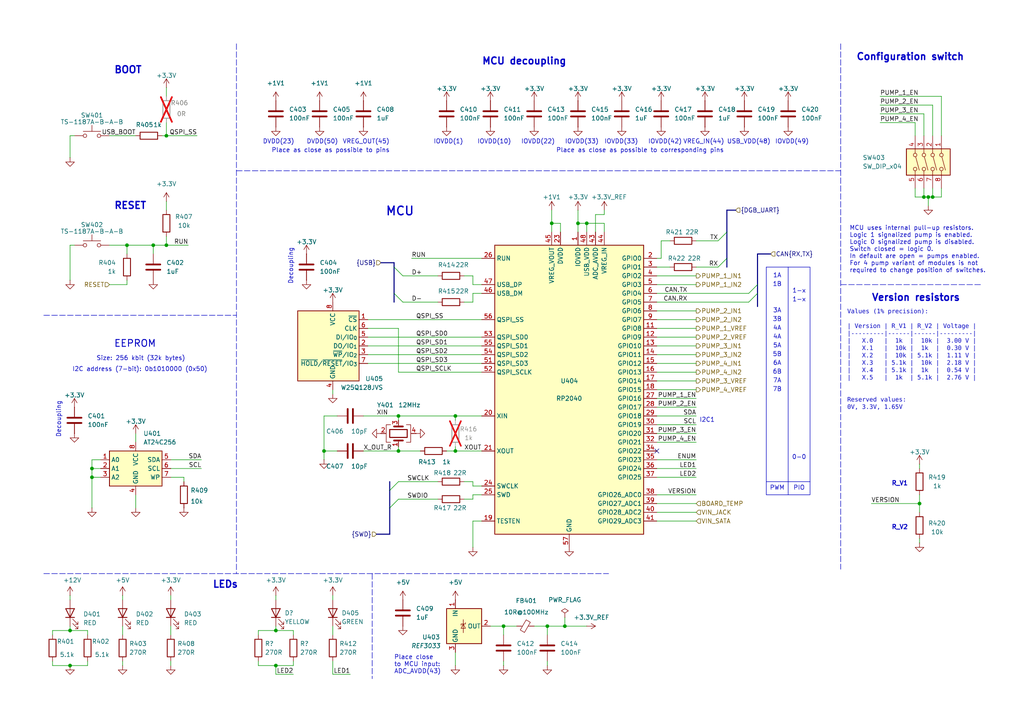
<source format=kicad_sch>
(kicad_sch (version 20250114) (generator "eeschema") (generator_version "9.0")
  (paper "A4")
  (title_block (title "Detector") (date "2024-12-03") (rev "${REVISION}") (company "${COMPANY}"))
  (rectangle (start 222.25 77.47) (end 234.95 143.51))
  (text "6A" (at 225.425 105.41 0) (effects (font (size 1.27 1.27))))
  (text "Version resistors" (at 252.73 87.63 0) (effects (font (size 2 2) (thickness 0.4) (bold yes)) (justify left bottom)))
  (text "Place close\nto MCU input:\nADC_AVDD(43)" (at 114.3 195.58 0) (effects (font (size 1.27 1.27)) (justify left bottom)))
  (text "EEPROM" (at 33.02 100.965 0) (effects (font (size 2 2) (thickness 0.254) (bold yes)) (justify left bottom)))
  (text "IOVDD(33)" (at 175.26 41.91 0) (effects (font (size 1.27 1.27)) (justify left bottom)))
  (text "BOOT" (at 33.02 21.59 0) (effects (font (size 2 2) (thickness 0.4) (bold yes)) (justify left bottom)))
  (text "LEDs" (at 61.595 170.815 0) (effects (font (size 2 2) (thickness 0.4) (bold yes)) (justify left bottom)))
  (text "Values (1% precision):\n\n| Version | R_V1 | R_V2 | Voltage |\n|---------|------|------|---------|\n|   X.0   |  1k  |  10k |  3.00 V |\n|   X.1   |  10k |  1k  |  0.30 V |\n|   X.2   |  10k | 5.1k |  1.11 V |\n|   X.3   | 5.1k |  10k |  2.18 V |\n|   X.4   | 5.1k |  1k  |  0.54 V |\n|   X.5   |  1k  | 5.1k |  2.76 V |\n\n\nReserved values:\n0V, 3.3V, 1.65V" (at 245.745 119.38 0) (effects (font (size 1.27 1.27)) (justify left bottom)))
  (text "IOVDD(33)" (at 163.83 41.91 0) (effects (font (size 1.27 1.27)) (justify left bottom)))
  (text "DVDD(23)" (at 76.2 41.91 0) (effects (font (size 1.27 1.27)) (justify left bottom)))
  (text "DVDD(50)" (at 88.9 41.91 0) (effects (font (size 1.27 1.27)) (justify left bottom)))
  (text "IOVDD(42)" (at 187.96 41.91 0) (effects (font (size 1.27 1.27)) (justify left bottom)))
  (text "6B" (at 225.425 107.95 0) (effects (font (size 1.27 1.27))))
  (text "4A" (at 225.425 95.25 0) (effects (font (size 1.27 1.27))))
  (text "IOVDD(22)" (at 151.13 41.91 0) (effects (font (size 1.27 1.27)) (justify left bottom)))
  (text "IOVDD(49)" (at 224.79 41.91 0) (effects (font (size 1.27 1.27)) (justify left bottom)))
  (text "PWM" (at 225.425 141.605 0) (effects (font (size 1.27 1.27))))
  (text "Size: 256 kbit (32k bytes)" (at 27.94 104.775 0) (effects (font (size 1.27 1.27)) (justify left bottom)))
  (text "Decoupling" (at 17.78 127 90) (effects (font (size 1.27 1.27)) (justify left bottom)))
  (text "IOVDD(1)" (at 125.73 41.91 0) (effects (font (size 1.27 1.27)) (justify left bottom)))
  (text "1B" (at 225.425 82.55 0) (effects (font (size 1.27 1.27))))
  (text "Configuration switch" (at 248.285 17.78 0) (effects (font (size 2 2) (thickness 0.4) (bold yes)) (justify left bottom)))
  (text "1-x" (at 231.775 86.995 0) (effects (font (size 1.27 1.27))))
  (text "7B" (at 225.425 113.03 0) (effects (font (size 1.27 1.27))))
  (text "IOVDD(10)" (at 138.43 41.91 0) (effects (font (size 1.27 1.27)) (justify left bottom)))
  (text "5B" (at 225.425 102.87 0) (effects (font (size 1.27 1.27))))
  (text "PIO" (at 231.775 141.605 0) (effects (font (size 1.27 1.27))))
  (text "MCU decoupling" (at 139.7 19.05 0) (effects (font (size 2 2) (thickness 0.4) (bold yes)) (justify left bottom)))
  (text "7A" (at 225.425 110.49 0) (effects (font (size 1.27 1.27))))
  (text "3B" (at 225.425 92.71 0) (effects (font (size 1.27 1.27))))
  (text "R_V1" (at 260.985 140.335 0) (effects (font (size 1.27 1.27) (bold yes))))
  (text "R_V2" (at 260.985 153.035 0) (effects (font (size 1.27 1.27) (bold yes))))
  (text "MCU" (at 111.76 62.865 0) (effects (font (size 2.5 2.5) (thickness 0.4) (bold yes)) (justify left bottom)))
  (text "5A" (at 225.425 100.33 0) (effects (font (size 1.27 1.27))))
  (text "3A" (at 225.425 90.17 0) (effects (font (size 1.27 1.27))))
  (text "1A" (at 225.425 80.01 0) (effects (font (size 1.27 1.27))))
  (text "MCU uses internal pull-up resistors.\nLogic 1 signalized pump is enabled.\nLogic 0 signalized pump is disabled.\nSwitch closed = logic 0.\nIn default are open = pumps enabled.\nFor 4 pump variant of modules is not\nrequired to change position of switches." (at 246.38 72.39 0) (effects (font (size 1.27 1.27)) (justify left)))
  (text "Decoupling" (at 85.09 82.55 90) (effects (font (size 1.27 1.27)) (justify left bottom)))
  (text "VREG_OUT(45)" (at 113.03 41.91 0) (effects (font (size 1.27 1.27)) (justify right bottom)))
  (text "0-0" (at 231.775 132.715 0) (effects (font (size 1.27 1.27))))
  (text "4A" (at 225.425 97.79 0) (effects (font (size 1.27 1.27))))
  (text "Place as close as possible to corresponding pins" (at 161.29 44.45 0) (effects (font (size 1.27 1.27)) (justify left bottom)))
  (text "VREG_IN(44)" (at 198.12 41.91 0) (effects (font (size 1.27 1.27)) (justify left bottom)))
  (text "I2C address (7-bit): 0b1010000 (0x50)" (at 20.955 107.95 0) (effects (font (size 1.27 1.27)) (justify left bottom)))
  (text "USB_VDD(48)" (at 210.82 41.91 0) (effects (font (size 1.27 1.27)) (justify left bottom)))
  (text "1-x" (at 231.775 84.455 0) (effects (font (size 1.27 1.27))))
  (text "Place as close as possible to pins" (at 78.74 44.45 0) (effects (font (size 1.27 1.27)) (justify left bottom)))
  (text "RESET" (at 33.02 60.96 0) (effects (font (size 2 2) (thickness 0.4) (bold yes)) (justify left bottom)))
  (text "I2C1" (at 205.105 121.92 0) (effects (font (size 1.27 1.27))))
  (junction (at 93.98 130.81))
  (junction (at 36.83 71.12))
  (junction (at 163.83 181.61))
  (junction (at 146.05 181.61))
  (junction (at 115.57 120.65))
  (junction (at 26.67 138.43))
  (junction (at 48.26 39.37))
  (junction (at 44.45 71.12))
  (junction (at 158.75 181.61))
  (junction (at 170.18 64.77))
  (junction (at 160.02 64.77))
  (junction (at 167.64 64.77))
  (junction (at 26.67 135.89))
  (junction (at 80.01 193.04))
  (junction (at 270.51 57.15))
  (junction (at 266.7 146.05))
  (junction (at 269.24 57.15))
  (junction (at 115.57 130.81))
  (junction (at 80.01 182.88))
  (junction (at 20.32 193.04))
  (junction (at 132.08 130.81))
  (junction (at 48.26 71.12))
  (junction (at 20.32 182.88))
  (junction (at 267.97 57.15))
  (junction (at 132.08 120.65))
  (no_connect (at 190.5 130.81))
  (bus_entry (at 210.82 74.93) (size -2.54 2.54))
  (bus_entry (at 219.71 82.55) (size -2.54 2.54))
  (bus_entry (at 113.03 142.24) (size 2.54 -2.54))
  (bus_entry (at 210.82 67.31) (size -2.54 2.54))
  (bus_entry (at 113.03 147.32) (size 2.54 -2.54))
  (bus_entry (at 114.3 77.47) (size 2.54 2.54))
  (bus_entry (at 219.71 85.09) (size -2.54 2.54))
  (bus_entry (at 114.3 85.09) (size 2.54 2.54))
  (wire (pts (xy 20.32 172.72) (xy 20.32 173.99)))
  (wire (pts (xy 46.99 39.37) (xy 48.26 39.37)))
  (wire (pts (xy 15.24 193.04) (xy 20.32 193.04)))
  (wire (pts (xy 266.7 156.21) (xy 266.7 157.48)))
  (bus (pts (xy 223.52 73.66) (xy 219.71 73.66)))
  (wire (pts (xy 132.08 130.81) (xy 139.7 130.81)))
  (polyline (pts (xy 243.84 82.55) (xy 284.48 82.55)) (stroke (width 0) (type dash)))
  (wire (pts (xy 190.5 85.09) (xy 217.17 85.09)))
  (wire (pts (xy 158.75 181.61) (xy 158.75 184.15)))
  (wire (pts (xy 105.41 130.81) (xy 115.57 130.81)))
  (wire (pts (xy 25.4 182.88) (xy 20.32 182.88)))
  (wire (pts (xy 266.7 143.51) (xy 266.7 146.05)))
  (wire (pts (xy 80.01 182.88) (xy 85.09 182.88)))
  (wire (pts (xy 134.62 80.01) (xy 137.16 80.01)))
  (wire (pts (xy 115.57 139.7) (xy 127 139.7)))
  (wire (pts (xy 163.83 179.07) (xy 163.83 181.61)))
  (wire (pts (xy 190.5 100.33) (xy 201.93 100.33)))
  (wire (pts (xy 170.18 64.77) (xy 170.18 67.31)))
  (wire (pts (xy 273.05 54.61) (xy 273.05 57.15)))
  (wire (pts (xy 158.75 181.61) (xy 163.83 181.61)))
  (wire (pts (xy 160.02 64.77) (xy 162.56 64.77)))
  (wire (pts (xy 85.09 195.58) (xy 80.01 195.58)))
  (wire (pts (xy 190.5 90.17) (xy 201.93 90.17)))
  (wire (pts (xy 265.43 35.56) (xy 265.43 39.37)))
  (wire (pts (xy 36.83 73.66) (xy 36.83 71.12)))
  (wire (pts (xy 154.94 181.61) (xy 158.75 181.61)))
  (polyline (pts (xy 68.58 12.7) (xy 68.58 166.37)) (stroke (width 0) (type dash)))
  (wire (pts (xy 160.02 64.77) (xy 160.02 67.31)))
  (wire (pts (xy 190.5 110.49) (xy 201.93 110.49)))
  (bus (pts (xy 109.22 154.94) (xy 113.03 154.94)))
  (wire (pts (xy 132.08 120.65) (xy 132.08 121.92)))
  (wire (pts (xy 190.5 138.43) (xy 201.93 138.43)))
  (wire (pts (xy 115.57 107.95) (xy 139.7 107.95)))
  (wire (pts (xy 191.77 69.85) (xy 194.31 69.85)))
  (wire (pts (xy 137.16 151.13) (xy 137.16 158.75)))
  (wire (pts (xy 267.97 54.61) (xy 267.97 57.15)))
  (wire (pts (xy 190.5 80.01) (xy 201.93 80.01)))
  (wire (pts (xy 255.27 30.48) (xy 270.51 30.48)))
  (wire (pts (xy 26.67 138.43) (xy 26.67 147.32)))
  (wire (pts (xy 48.26 25.4) (xy 48.26 27.94)))
  (wire (pts (xy 190.5 143.51) (xy 201.93 143.51)))
  (wire (pts (xy 106.68 97.79) (xy 139.7 97.79)))
  (wire (pts (xy 139.7 151.13) (xy 137.16 151.13)))
  (wire (pts (xy 115.57 95.25) (xy 115.57 107.95)))
  (wire (pts (xy 115.57 120.65) (xy 132.08 120.65)))
  (wire (pts (xy 266.7 134.62) (xy 266.7 135.89)))
  (wire (pts (xy 201.93 77.47) (xy 208.28 77.47)))
  (wire (pts (xy 190.5 123.19) (xy 201.93 123.19)))
  (wire (pts (xy 146.05 181.61) (xy 146.05 184.15)))
  (wire (pts (xy 190.5 128.27) (xy 201.93 128.27)))
  (wire (pts (xy 26.67 135.89) (xy 26.67 138.43)))
  (wire (pts (xy 80.01 181.61) (xy 80.01 182.88)))
  (wire (pts (xy 190.5 97.79) (xy 201.93 97.79)))
  (wire (pts (xy 201.93 69.85) (xy 208.28 69.85)))
  (wire (pts (xy 25.4 184.15) (xy 25.4 182.88)))
  (wire (pts (xy 15.24 191.77) (xy 15.24 193.04)))
  (wire (pts (xy 252.73 146.05) (xy 266.7 146.05)))
  (wire (pts (xy 270.51 30.48) (xy 270.51 39.37)))
  (wire (pts (xy 132.08 129.54) (xy 132.08 130.81)))
  (wire (pts (xy 20.32 39.37) (xy 20.32 45.72)))
  (wire (pts (xy 44.45 71.12) (xy 44.45 73.66)))
  (wire (pts (xy 160.02 60.96) (xy 160.02 64.77)))
  (wire (pts (xy 116.84 80.01) (xy 127 80.01)))
  (wire (pts (xy 267.97 33.02) (xy 267.97 39.37)))
  (wire (pts (xy 162.56 67.31) (xy 162.56 64.77)))
  (bus (pts (xy 219.71 82.55) (xy 219.71 85.09)))
  (wire (pts (xy 20.32 181.61) (xy 20.32 182.88)))
  (polyline (pts (xy 243.84 12.7) (xy 243.84 165.1)) (stroke (width 0) (type dash)))
  (wire (pts (xy 115.57 120.65) (xy 115.57 121.92)))
  (wire (pts (xy 139.7 143.51) (xy 137.16 143.51)))
  (wire (pts (xy 36.83 82.55) (xy 36.83 81.28)))
  (wire (pts (xy 270.51 54.61) (xy 270.51 57.15)))
  (wire (pts (xy 44.45 71.12) (xy 48.26 71.12)))
  (wire (pts (xy 190.5 120.65) (xy 201.93 120.65)))
  (wire (pts (xy 190.5 92.71) (xy 201.93 92.71)))
  (wire (pts (xy 115.57 129.54) (xy 115.57 130.81)))
  (wire (pts (xy 74.93 193.04) (xy 80.01 193.04)))
  (wire (pts (xy 129.54 130.81) (xy 132.08 130.81)))
  (wire (pts (xy 167.64 67.31) (xy 167.64 64.77)))
  (wire (pts (xy 139.7 82.55) (xy 137.16 82.55)))
  (wire (pts (xy 269.24 59.69) (xy 269.24 57.15)))
  (bus (pts (xy 114.3 77.47) (xy 114.3 85.09)))
  (wire (pts (xy 175.26 60.96) (xy 175.26 62.23)))
  (wire (pts (xy 190.5 95.25) (xy 201.93 95.25)))
  (wire (pts (xy 191.77 74.93) (xy 191.77 69.85)))
  (wire (pts (xy 26.67 138.43) (xy 29.21 138.43)))
  (wire (pts (xy 266.7 146.05) (xy 266.7 148.59)))
  (polyline (pts (xy 12.7 91.44) (xy 68.58 91.44)) (stroke (width 0) (type dash)))
  (bus (pts (xy 110.49 76.2) (xy 114.3 76.2)))
  (wire (pts (xy 137.16 140.97) (xy 139.7 140.97)))
  (wire (pts (xy 270.51 57.15) (xy 269.24 57.15)))
  (wire (pts (xy 190.5 133.35) (xy 201.93 133.35)))
  (wire (pts (xy 190.5 74.93) (xy 191.77 74.93)))
  (wire (pts (xy 97.79 120.65) (xy 93.98 120.65)))
  (wire (pts (xy 255.27 33.02) (xy 267.97 33.02)))
  (wire (pts (xy 172.72 62.23) (xy 172.72 67.31)))
  (wire (pts (xy 29.21 133.35) (xy 26.67 133.35)))
  (wire (pts (xy 106.68 92.71) (xy 139.7 92.71)))
  (wire (pts (xy 132.08 193.04) (xy 132.08 189.23)))
  (wire (pts (xy 31.75 39.37) (xy 39.37 39.37)))
  (wire (pts (xy 175.26 67.31) (xy 175.26 64.77)))
  (wire (pts (xy 115.57 144.78) (xy 127 144.78)))
  (wire (pts (xy 163.83 181.61) (xy 170.18 181.61)))
  (bus (pts (xy 210.82 60.96) (xy 210.82 67.31)))
  (wire (pts (xy 20.32 71.12) (xy 21.59 71.12)))
  (wire (pts (xy 49.53 191.77) (xy 49.53 193.04)))
  (wire (pts (xy 119.38 74.93) (xy 139.7 74.93)))
  (wire (pts (xy 31.75 82.55) (xy 36.83 82.55)))
  (wire (pts (xy 273.05 27.94) (xy 273.05 39.37)))
  (wire (pts (xy 74.93 184.15) (xy 74.93 182.88)))
  (wire (pts (xy 190.5 115.57) (xy 201.93 115.57)))
  (wire (pts (xy 53.34 138.43) (xy 53.34 139.7)))
  (wire (pts (xy 139.7 85.09) (xy 137.16 85.09)))
  (wire (pts (xy 146.05 181.61) (xy 149.86 181.61)))
  (polyline (pts (xy 228.6 77.47) (xy 228.6 143.51)))
  (wire (pts (xy 26.67 133.35) (xy 26.67 135.89)))
  (wire (pts (xy 190.5 113.03) (xy 201.93 113.03)))
  (bus (pts (xy 114.3 85.09) (xy 114.3 87.63)))
  (wire (pts (xy 85.09 191.77) (xy 85.09 193.04)))
  (wire (pts (xy 96.52 191.77) (xy 96.52 195.58)))
  (wire (pts (xy 74.93 191.77) (xy 74.93 193.04)))
  (bus (pts (xy 219.71 73.66) (xy 219.71 82.55)))
  (polyline (pts (xy 107.95 166.37) (xy 107.95 196.85)) (stroke (width 0) (type dash)))
  (wire (pts (xy 190.5 151.13) (xy 201.93 151.13)))
  (bus (pts (xy 114.3 76.2) (xy 114.3 77.47)))
  (wire (pts (xy 146.05 191.77) (xy 146.05 193.04)))
  (wire (pts (xy 93.98 130.81) (xy 93.98 133.35)))
  (wire (pts (xy 39.37 125.73) (xy 39.37 128.27)))
  (wire (pts (xy 190.5 102.87) (xy 201.93 102.87)))
  (wire (pts (xy 267.97 57.15) (xy 265.43 57.15)))
  (wire (pts (xy 167.64 64.77) (xy 170.18 64.77)))
  (bus (pts (xy 113.03 139.7) (xy 113.03 142.24)))
  (wire (pts (xy 35.56 172.72) (xy 35.56 173.99)))
  (wire (pts (xy 106.68 95.25) (xy 115.57 95.25)))
  (bus (pts (xy 210.82 67.31) (xy 210.82 74.93)))
  (wire (pts (xy 93.98 130.81) (xy 97.79 130.81)))
  (wire (pts (xy 101.6 195.58) (xy 96.52 195.58)))
  (wire (pts (xy 49.53 135.89) (xy 58.42 135.89)))
  (wire (pts (xy 175.26 62.23) (xy 172.72 62.23)))
  (wire (pts (xy 190.5 146.05) (xy 201.93 146.05)))
  (wire (pts (xy 36.83 71.12) (xy 44.45 71.12)))
  (bus (pts (xy 219.71 85.09) (xy 219.71 88.9)))
  (wire (pts (xy 190.5 148.59) (xy 201.93 148.59)))
  (wire (pts (xy 20.32 71.12) (xy 20.32 81.28)))
  (wire (pts (xy 137.16 139.7) (xy 137.16 140.97)))
  (wire (pts (xy 96.52 113.03) (xy 96.52 114.3)))
  (wire (pts (xy 49.53 181.61) (xy 49.53 184.15)))
  (wire (pts (xy 170.18 64.77) (xy 175.26 64.77)))
  (wire (pts (xy 48.26 71.12) (xy 54.61 71.12)))
  (wire (pts (xy 134.62 139.7) (xy 137.16 139.7)))
  (wire (pts (xy 15.24 184.15) (xy 15.24 182.88)))
  (wire (pts (xy 190.5 107.95) (xy 201.93 107.95)))
  (wire (pts (xy 80.01 193.04) (xy 80.01 195.58)))
  (wire (pts (xy 49.53 138.43) (xy 53.34 138.43)))
  (bus (pts (xy 213.36 60.96) (xy 210.82 60.96)))
  (bus (pts (xy 113.03 147.32) (xy 113.03 154.94)))
  (wire (pts (xy 96.52 172.72) (xy 96.52 173.99)))
  (wire (pts (xy 80.01 172.72) (xy 80.01 173.99)))
  (wire (pts (xy 39.37 143.51) (xy 39.37 147.32)))
  (wire (pts (xy 142.24 181.61) (xy 146.05 181.61)))
  (wire (pts (xy 85.09 182.88) (xy 85.09 184.15)))
  (wire (pts (xy 35.56 181.61) (xy 35.56 184.15)))
  (wire (pts (xy 190.5 118.11) (xy 201.93 118.11)))
  (wire (pts (xy 255.27 27.94) (xy 273.05 27.94)))
  (wire (pts (xy 93.98 120.65) (xy 93.98 130.81)))
  (wire (pts (xy 255.27 35.56) (xy 265.43 35.56)))
  (wire (pts (xy 190.5 125.73) (xy 201.93 125.73)))
  (wire (pts (xy 137.16 82.55) (xy 137.16 80.01)))
  (wire (pts (xy 167.64 60.96) (xy 167.64 64.77)))
  (wire (pts (xy 31.75 71.12) (xy 36.83 71.12)))
  (wire (pts (xy 190.5 105.41) (xy 201.93 105.41)))
  (wire (pts (xy 48.26 39.37) (xy 57.15 39.37)))
  (wire (pts (xy 137.16 87.63) (xy 134.62 87.63)))
  (wire (pts (xy 25.4 191.77) (xy 25.4 193.04)))
  (wire (pts (xy 116.84 87.63) (xy 127 87.63)))
  (wire (pts (xy 48.26 58.42) (xy 48.26 60.96)))
  (wire (pts (xy 265.43 54.61) (xy 265.43 57.15)))
  (wire (pts (xy 48.26 35.56) (xy 48.26 39.37)))
  (wire (pts (xy 190.5 77.47) (xy 194.31 77.47)))
  (wire (pts (xy 26.67 135.89) (xy 29.21 135.89)))
  (wire (pts (xy 137.16 85.09) (xy 137.16 87.63)))
  (wire (pts (xy 49.53 133.35) (xy 58.42 133.35)))
  (wire (pts (xy 74.93 182.88) (xy 80.01 182.88)))
  (wire (pts (xy 85.09 193.04) (xy 80.01 193.04)))
  (wire (pts (xy 190.5 82.55) (xy 201.93 82.55)))
  (wire (pts (xy 35.56 191.77) (xy 35.56 193.04)))
  (wire (pts (xy 158.75 191.77) (xy 158.75 193.04)))
  (wire (pts (xy 105.41 120.65) (xy 115.57 120.65)))
  (wire (pts (xy 48.26 68.58) (xy 48.26 71.12)))
  (wire (pts (xy 132.08 120.65) (xy 139.7 120.65)))
  (wire (pts (xy 96.52 181.61) (xy 96.52 184.15)))
  (polyline (pts (xy 222.25 139.7) (xy 234.95 139.7)))
  (wire (pts (xy 106.68 105.41) (xy 139.7 105.41)))
  (wire (pts (xy 134.62 144.78) (xy 137.16 144.78)))
  (wire (pts (xy 49.53 172.72) (xy 49.53 173.99)))
  (wire (pts (xy 15.24 182.88) (xy 20.32 182.88)))
  (wire (pts (xy 273.05 57.15) (xy 270.51 57.15)))
  (bus (pts (xy 210.82 74.93) (xy 210.82 77.47)))
  (bus (pts (xy 113.03 142.24) (xy 113.03 147.32)))
  (wire (pts (xy 269.24 57.15) (xy 267.97 57.15)))
  (wire (pts (xy 190.5 87.63) (xy 217.17 87.63)))
  (wire (pts (xy 25.4 193.04) (xy 20.32 193.04)))
  (wire (pts (xy 106.68 100.33) (xy 139.7 100.33)))
  (polyline (pts (xy 68.58 49.53) (xy 243.84 49.53)) (stroke (width 0) (type dash)))
  (wire (pts (xy 106.68 102.87) (xy 139.7 102.87)))
  (wire (pts (xy 137.16 144.78) (xy 137.16 143.51)))
  (wire (pts (xy 21.59 39.37) (xy 20.32 39.37)))
  (wire (pts (xy 190.5 135.89) (xy 201.93 135.89)))
  (polyline (pts (xy 12.7 166.37) (xy 176.53 166.37)) (stroke (width 0) (type dash)))
  (wire (pts (xy 115.57 130.81) (xy 121.92 130.81)))
  (label "RUN" (at 54.61 71.12 180))
  (label "SCL" (at 58.42 135.89 180))
  (label "LED1" (at 201.93 135.89 180))
  (label "LED1" (at 101.6 195.58 180))
  (label "PUMP_4_EN" (at 201.93 128.27 180))
  (label "D+" (at 119.38 80.01 0))
  (label "QSPI_SD0" (at 120.65 97.79 0))
  (label "TX" (at 208.28 69.85 180))
  (label "SDA" (at 58.42 133.35 180))
  (label "SWDIO" (at 118.11 144.78 0))
  (label "USB_BOOT" (at 39.37 39.37 180))
  (label "QSPI_SD1" (at 120.65 100.33 0))
  (label "CAN.RX" (at 199.39 87.63 180))
  (label "VERSION" (at 252.73 146.05 0))
  (label "XOUT" (at 134.62 130.81 0))
  (label "SDA" (at 201.93 120.65 180))
  (label "X_OUT_R" (at 105.41 130.81 0))
  (label "VERSION" (at 201.93 143.51 180))
  (label "PUMP_2_EN" (at 255.27 30.48 0))
  (label "RUN" (at 119.38 74.93 0))
  (label "QSPI_SCLK" (at 120.65 107.95 0))
  (label "PUMP_3_EN" (at 255.27 33.02 0))
  (label "RX" (at 208.28 77.47 180))
  (label "LED2" (at 201.93 138.43 180))
  (label "SCL" (at 201.93 123.19 180))
  (label "XIN" (at 109.22 120.65 0))
  (label "QSPI_SD2" (at 120.65 102.87 0))
  (label "QSPI_SD3" (at 120.65 105.41 0))
  (label "QSPI_SS" (at 57.15 39.37 180))
  (label "ENUM" (at 201.93 133.35 180))
  (label "LED2" (at 85.09 195.58 180))
  (label "QSPI_SS" (at 120.65 92.71 0))
  (label "PUMP_1_EN" (at 201.93 115.57 180))
  (label "PUMP_4_EN" (at 255.27 35.56 0))
  (label "D-" (at 119.38 87.63 0))
  (label "CAN.TX" (at 199.39 85.09 180))
  (label "SWCLK" (at 118.11 139.7 0))
  (label "PUMP_3_EN" (at 201.93 125.73 180))
  (label "PUMP_2_EN" (at 201.93 118.11 180))
  (label "PUMP_1_EN" (at 255.27 27.94 0))
  (hierarchical_label "PUMP_2_IN2" (shape output) (at 201.93 92.71 0))
  (hierarchical_label "BOARD_TEMP" (shape input) (at 201.93 146.05 0))
  (hierarchical_label "PUMP_1_IN2" (shape output) (at 201.93 82.55 0))
  (hierarchical_label "PUMP_4_IN1" (shape output) (at 201.93 105.41 0))
  (hierarchical_label "PUMP_2_VREF" (shape output) (at 201.93 97.79 0))
  (hierarchical_label "{DGB_UART}" (shape input) (at 213.36 60.96 0))
  (hierarchical_label "RESET" (shape input) (at 31.75 82.55 180))
  (hierarchical_label "PUMP_4_IN2" (shape output) (at 201.93 107.95 0))
  (hierarchical_label "CAN{RX,TX}" (shape input) (at 223.52 73.66 0))
  (hierarchical_label "{SWD}" (shape input) (at 109.22 154.94 180))
  (hierarchical_label "PUMP_1_IN1" (shape output) (at 201.93 80.01 0))
  (hierarchical_label "PUMP_2_IN1" (shape output) (at 201.93 90.17 0))
  (hierarchical_label "PUMP_3_IN2" (shape output) (at 201.93 102.87 0))
  (hierarchical_label "VIN_JACK" (shape input) (at 201.93 148.59 0))
  (hierarchical_label "PUMP_3_VREF" (shape output) (at 201.93 110.49 0))
  (hierarchical_label "PUMP_1_VREF" (shape output) (at 201.93 95.25 0))
  (hierarchical_label "PUMP_3_IN1" (shape output) (at 201.93 100.33 0))
  (hierarchical_label "PUMP_4_VREF" (shape output) (at 201.93 113.03 0))
  (hierarchical_label "VIN_SATA" (shape input) (at 201.93 151.13 0))
  (hierarchical_label "{USB}" (shape input) (at 110.49 76.2 180))
  (symbol (lib_id "Device:LED") (at 35.56 177.8 90) (unit 1)
    (property "Reference" "D402" (at 39.37 178.1175 90) (effects (justify right)))
    (property "Value" "RED" (at 39.37 180.6575 90) (effects (justify right)))
    (property "Footprint" "LED_SMD:LED_0603_1608Metric" (effects (hide yes)))
    (property "Link" "https://cz.mouser.com/ProductDetail/755-SML-D12V8WT86" (effects (hide yes)))
    (property "MPN" "KT-0603R" (effects (hide yes)))
    (property "JLCPCB" "C2286" (effects (hide yes)))
    (property "MPNA" "SML-D12V8WT86 " (effects (hide yes)))
    (property "Mouser" "https://cz.mouser.com/ProductDetail/ROHM-Semiconductor/SML-D12V8WT86?qs=4kLU8WoGk0uh2PhEoCCv1w%3D%3D" (effects (hide yes)))
    (property "LCSC" "C2286" (effects (hide yes)))
  )
  (symbol (lib_id "Device:C") (at 158.75 187.96 0) (unit 1)
    (property "Reference" "C414" (at 162.56 186.6899 0) (effects (justify left)))
    (property "Value" "100nF" (at 162.56 189.2299 0) (effects (justify left)))
    (property "Footprint" "Capacitor_SMD:C_0603_1608Metric" (effects (hide yes)))
    (property "Description" "Unpolarized capacitor" (effects (hide yes)))
    (property "LCSC" "C14663" (effects (hide yes)))
  )
  (symbol (lib_id "Device:FerriteBead_Small") (at 152.4 181.61 90) (unit 1)
    (property "Reference" "FB401" (at 152.654 174.244 90))
    (property "Value" "10R@100MHz" (at 152.654 177.546 90))
    (property "Footprint" "Inductor_SMD:L_0603_1608Metric" (effects (hide yes)))
    (property "Description" "Ferrite bead, small symbol" (effects (hide yes)))
    (property "Link" "https://cz.mouser.com/ProductDetail/Murata-Electronics/BLM21PG220SN1D?qs=tuW2Z%252BT4A0yqSWmso6vkmg%3D%3D" (effects (hide yes)))
    (property "MPN" " GZ1608D601TF" (effects (hide yes)))
    (property "MPNA" "BLE18PK100SN1D" (effects (hide yes)))
    (property "Mouser" "https://cz.mouser.com/ProductDetail/Murata-Electronics/BLE18PK100SN1D?qs=W%2FMpXkg%252BdQ6tzBmLeY1psA%3D%3D" (effects (hide yes)))
    (property "LCSC" "C2971881" (effects (hide yes)))
  )
  (symbol (lib_id "power:+3.3V") (at 96.52 87.63 0) (unit 1)
    (property "Reference" "#PWR0427" (effects (hide yes)))
    (property "Value" "+3.3V" (at 96.52 84.1281 0))
    (property "Description" "Power symbol creates a global label with name \"+3.3V\"" (effects (hide yes)))
  )
  (symbol (lib_id "power:+3.3V") (at 129.54 29.21 0) (unit 1)
    (property "Reference" "#PWR0435" (effects (hide yes)))
    (property "Value" "+3.3V" (at 129.54 25.7081 0))
    (property "Description" "Power symbol creates a global label with name \"+3.3V\"" (effects (hide yes)))
  )
  (symbol (lib_id "power:GND") (at 80.01 36.83 0) (unit 1)
    (property "Reference" "#PWR0420" (effects (hide yes)))
    (property "Value" "GND" (effects (hide yes)))
    (property "Description" "Power symbol creates a global label with name \"GND\" , ground" (effects (hide yes)))
  )
  (symbol (lib_id "power:GND") (at 142.24 36.83 0) (unit 1)
    (property "Reference" "#PWR0441" (effects (hide yes)))
    (property "Value" "GND" (effects (hide yes)))
    (property "Description" "Power symbol creates a global label with name \"GND\" , ground" (effects (hide yes)))
  )
  (symbol (lib_id "power:GND") (at 96.52 114.3 0) (unit 1)
    (property "Reference" "#PWR0426" (effects (hide yes)))
    (property "Value" "GND" (effects (hide yes)))
    (property "Description" "Power symbol creates a global label with name \"GND\" , ground" (effects (hide yes)))
  )
  (symbol (lib_id "power:+3.3V") (at 49.53 172.72 0) (unit 1)
    (property "Reference" "#PWR0415" (effects (hide yes)))
    (property "Value" "+3.3V" (at 49.53 168.275 0))
    (property "Description" "Power symbol creates a global label with name \"+3.3V\"" (effects (hide yes)))
  )
  (symbol (lib_id "power:+3.3V") (at 39.37 125.73 0) (unit 1)
    (property "Reference" "#PWR0410" (effects (hide yes)))
    (property "Value" "+3.3V" (at 39.37 122.2281 0))
    (property "Description" "Power symbol creates a global label with name \"+3.3V\"" (effects (hide yes)))
  )
  (symbol (lib_id "Device:R") (at 266.7 139.7 0) (mirror y) (unit 1)
    (property "Reference" "R419" (at 274.32 138.43 0) (effects (justify left)))
    (property "Value" "1k" (at 273.05 140.97 0) (effects (justify left)))
    (property "Footprint" "Resistor_SMD:R_0603_1608Metric" (effects (hide yes)))
    (property "LCSC" "C21190" (effects (hide yes)))
  )
  (symbol (lib_id "Device:C") (at 146.05 187.96 0) (unit 1)
    (property "Reference" "C412" (at 149.86 186.6899 0) (effects (justify left)))
    (property "Value" "100nF" (at 149.86 189.2299 0) (effects (justify left)))
    (property "Footprint" "Capacitor_SMD:C_0603_1608Metric" (effects (hide yes)))
    (property "Description" "Unpolarized capacitor" (effects (hide yes)))
    (property "LCSC" "C14663" (effects (hide yes)))
  )
  (symbol (lib_id "power:GND") (at 165.1 158.75 0) (unit 1)
    (property "Reference" "#PWR0447" (effects (hide yes)))
    (property "Value" "GND" (effects (hide yes)))
    (property "Description" "Power symbol creates a global label with name \"GND\" , ground" (effects (hide yes)))
  )
  (symbol (lib_id "Device:C") (at 92.71 33.02 0) (unit 1)
    (property "Reference" "C405" (at 96.52 31.7499 0) (effects (justify left)))
    (property "Value" "100nF" (at 96.52 34.2899 0) (effects (justify left)))
    (property "Footprint" "Capacitor_SMD:C_0603_1608Metric" (effects (hide yes)))
    (property "Description" "Unpolarized capacitor" (effects (hide yes)))
    (property "LCSC" "C14663" (effects (hide yes)))
  )
  (symbol (lib_id "Device:R") (at 36.83 77.47 180) (unit 1)
    (property "Reference" "R404" (at 33.655 76.2 0) (effects (justify left)))
    (property "Value" "1k" (at 33.655 78.74 0) (effects (justify left)))
    (property "Footprint" "Resistor_SMD:R_0603_1608Metric" (effects (hide yes)))
    (property "LCSC" "C21190" (effects (hide yes)))
  )
  (symbol (lib_id "Device:R") (at 130.81 80.01 270) (mirror x) (unit 1)
    (property "Reference" "R414" (at 127 76.835 90) (effects (justify left)))
    (property "Value" "22R" (at 132.08 76.835 90) (effects (justify left)))
    (property "Footprint" "Resistor_SMD:R_0603_1608Metric" (effects (hide yes)))
    (property "LCSC" "C23345" (effects (hide yes)))
  )
  (symbol (lib_id "Memory_Flash:W25Q128JVS") (at 96.52 100.33 0) (mirror y) (unit 1)
    (property "Reference" "U405" (at 111.125 109.855 0) (effects (justify left)))
    (property "Value" "W25Q128JVS" (at 111.125 112.395 0) (effects (justify left)))
    (property "Footprint" "Package_SO:SOIC-8_5.3x5.3mm_P1.27mm" (effects (hide yes)))
    (property "Datasheet" "https://www.winbond.com/resource-files/w25q128jv_dtr%20revc%2003272018%20plus.pdf" (effects (hide yes)))
    (property "Description" "128Mbit / 16MiB Serial Flash Memory, Standard/Dual/Quad SPI, 2.7-3.6V, SOIC-8" (effects (hide yes)))
    (property "LCSC" "C97521" (effects (hide yes)))
  )
  (symbol (lib_id "Device:C") (at 80.01 33.02 0) (unit 1)
    (property "Reference" "C403" (at 83.82 31.7499 0) (effects (justify left)))
    (property "Value" "100nF" (at 83.82 34.2899 0) (effects (justify left)))
    (property "Footprint" "Capacitor_SMD:C_0603_1608Metric" (effects (hide yes)))
    (property "Description" "Unpolarized capacitor" (effects (hide yes)))
    (property "LCSC" "C14663" (effects (hide yes)))
  )
  (symbol (lib_id "power:GND") (at 20.32 193.04 0) (unit 1)
    (property "Reference" "#PWR0404" (effects (hide yes)))
    (property "Value" "GND" (effects (hide yes)))
    (property "Description" "Power symbol creates a global label with name \"GND\" , ground" (effects (hide yes)))
  )
  (symbol (lib_id "Device:C") (at 88.9 77.47 0) (unit 1)
    (property "Reference" "C404" (at 92.71 76.1999 0) (effects (justify left)))
    (property "Value" "100nF" (at 92.71 78.7399 0) (effects (justify left)))
    (property "Footprint" "Capacitor_SMD:C_0603_1608Metric" (effects (hide yes)))
    (property "Description" "Unpolarized capacitor" (effects (hide yes)))
    (property "LCSC" "C14663" (effects (hide yes)))
  )
  (symbol (lib_id "Device:C") (at 191.77 33.02 0) (unit 1)
    (property "Reference" "C417" (at 195.58 31.7499 0) (effects (justify left)))
    (property "Value" "100nF" (at 195.58 34.2899 0) (effects (justify left)))
    (property "Footprint" "Capacitor_SMD:C_0603_1608Metric" (effects (hide yes)))
    (property "Description" "Unpolarized capacitor" (effects (hide yes)))
    (property "LCSC" "C14663" (effects (hide yes)))
  )
  (symbol (lib_id "Device:R") (at 53.34 143.51 0) (unit 1)
    (property "Reference" "R409" (at 55.245 142.24 0) (effects (justify left)))
    (property "Value" "10k" (at 55.245 145.415 0) (effects (justify left)))
    (property "Footprint" "Resistor_SMD:R_0603_1608Metric" (effects (hide yes)))
    (property "LCSC" "C25804" (effects (hide yes)))
  )
  (symbol (lib_id "Device:C") (at 154.94 33.02 0) (unit 1)
    (property "Reference" "C413" (at 158.75 31.7499 0) (effects (justify left)))
    (property "Value" "100nF" (at 158.75 34.2899 0) (effects (justify left)))
    (property "Footprint" "Capacitor_SMD:C_0603_1608Metric" (effects (hide yes)))
    (property "Description" "Unpolarized capacitor" (effects (hide yes)))
    (property "LCSC" "C14663" (effects (hide yes)))
  )
  (symbol (lib_id "Device:R") (at 198.12 69.85 270) (mirror x) (unit 1)
    (property "Reference" "R421" (at 193.04 67.31 90) (effects (justify left)))
    (property "Value" "22R" (at 198.755 67.31 90) (effects (justify left)))
    (property "Footprint" "Resistor_SMD:R_0603_1608Metric" (effects (hide yes)))
    (property "LCSC" "C23345" (effects (hide yes)))
  )
  (symbol (lib_id "power:+1V1") (at 80.01 29.21 0) (unit 1)
    (property "Reference" "#PWR0419" (effects (hide yes)))
    (property "Value" "+1V1" (at 80.01 24.13 0))
    (property "Description" "Power symbol creates a global label with name \"+1V1\"" (effects (hide yes)))
  )
  (symbol (lib_id "power:GND") (at 146.05 193.04 0) (unit 1)
    (property "Reference" "#PWR0442" (effects (hide yes)))
    (property "Value" "GND" (effects (hide yes)))
    (property "Description" "Power symbol creates a global label with name \"GND\" , ground" (effects (hide yes)))
  )
  (symbol (lib_id "power:GND") (at 204.47 36.83 0) (unit 1)
    (property "Reference" "#PWR0458" (effects (hide yes)))
    (property "Value" "GND" (effects (hide yes)))
    (property "Description" "Power symbol creates a global label with name \"GND\" , ground" (effects (hide yes)))
  )
  (symbol (lib_id "power:GND") (at 20.32 81.28 0) (unit 1)
    (property "Reference" "#PWR0402" (effects (hide yes)))
    (property "Value" "GND" (effects (hide yes)))
    (property "Description" "Power symbol creates a global label with name \"GND\" , ground" (effects (hide yes)))
  )
  (symbol (lib_id "power:+3.3V") (at 175.26 60.96 0) (unit 1)
    (property "Reference" "#PWR0452" (effects (hide yes)))
    (property "Value" "+3.3V_REF" (at 171.45 57.15 0) (effects (justify left)))
    (property "Description" "Power symbol creates a global label with name \"+3.3V\"" (effects (hide yes)))
  )
  (symbol (lib_id "power:+1V1") (at 105.41 29.21 0) (unit 1)
    (property "Reference" "#PWR0429" (effects (hide yes)))
    (property "Value" "+1V1" (at 105.41 24.13 0))
    (property "Description" "Power symbol creates a global label with name \"+1V1\"" (effects (hide yes)))
  )
  (symbol (lib_id "power:GND") (at 53.34 147.32 0) (mirror y) (unit 1)
    (property "Reference" "#PWR0417" (effects (hide yes)))
    (property "Value" "GND" (effects (hide yes)))
    (property "Description" "Power symbol creates a global label with name \"GND\" , ground" (effects (hide yes)))
  )
  (symbol (lib_id "Device:R") (at 266.7 152.4 180) (unit 1)
    (property "Reference" "R420" (at 274.32 151.765 0) (effects (justify left)))
    (property "Value" "10k" (at 273.685 154.305 0) (effects (justify left)))
    (property "Footprint" "Resistor_SMD:R_0603_1608Metric" (effects (hide yes)))
    (property "LCSC" "C25804" (effects (hide yes)))
  )
  (symbol (lib_id "Device:R") (at 15.24 187.96 180) (unit 1)
    (property "Reference" "R401" (at 21.59 186.055 0) (effects (justify left)))
    (property "Value" "5.1k" (at 21.59 189.865 0) (effects (justify left)))
    (property "Footprint" "Resistor_SMD:R_0603_1608Metric" (effects (hide yes)))
    (property "LCSC" "C122969" (effects (hide yes)))
  )
  (symbol (lib_id "Device:R") (at 85.09 187.96 0) (unit 1)
    (property "Reference" "R?" (at 86.995 186.69 0) (effects (justify left)))
    (property "Value" "270R" (at 86.995 189.23 0) (effects (justify left)))
    (property "Footprint" "Resistor_SMD:R_0603_1608Metric" (effects (hide yes)))
    (property "LCSC" "C22966" (effects (hide yes)))
  )
  (symbol (lib_id "Device:C") (at 167.64 33.02 0) (unit 1)
    (property "Reference" "C415" (at 171.45 31.7499 0) (effects (justify left)))
    (property "Value" "100nF" (at 171.45 34.2899 0) (effects (justify left)))
    (property "Footprint" "Capacitor_SMD:C_0603_1608Metric" (effects (hide yes)))
    (property "Description" "Unpolarized capacitor" (effects (hide yes)))
    (property "LCSC" "C14663" (effects (hide yes)))
  )
  (symbol (lib_id "Device:R") (at 130.81 144.78 270) (mirror x) (unit 1)
    (property "Reference" "R417" (at 125.73 147.32 90) (effects (justify left)))
    (property "Value" "22R" (at 131.445 147.32 90) (effects (justify left)))
    (property "Footprint" "Resistor_SMD:R_0603_1608Metric" (effects (hide yes)))
    (property "LCSC" "C23345" (effects (hide yes)))
  )
  (symbol (lib_id "power:GND") (at 269.24 59.69 0) (unit 1)
    (property "Reference" "#PWR0465" (effects (hide yes)))
    (property "Value" "GND" (effects (hide yes)))
    (property "Description" "Power symbol creates a global label with name \"GND\" , ground" (effects (hide yes)))
  )
  (symbol (lib_id "Device:C") (at 116.84 177.8 0) (unit 1)
    (property "Reference" "C409" (at 120.65 176.5299 0) (effects (justify left)))
    (property "Value" "1uF" (at 120.65 179.0699 0) (effects (justify left)))
    (property "Footprint" "Capacitor_SMD:C_0603_1608Metric" (effects (hide yes)))
    (property "Description" "Unpolarized capacitor" (effects (hide yes)))
    (property "LCSC" "C15849" (effects (hide yes)))
  )
  (symbol (lib_id "power:+3.3V") (at 266.7 134.62 0) (unit 1)
    (property "Reference" "#PWR0463" (effects (hide yes)))
    (property "Value" "+3.3V" (at 266.7 131.1181 0))
    (property "Description" "Power symbol creates a global label with name \"+3.3V\"" (effects (hide yes)))
  )
  (symbol (lib_id "Device:C") (at 180.34 33.02 0) (unit 1)
    (property "Reference" "C416" (at 184.15 31.7499 0) (effects (justify left)))
    (property "Value" "1uF" (at 184.15 34.2899 0) (effects (justify left)))
    (property "Footprint" "Capacitor_SMD:C_0603_1608Metric" (effects (hide yes)))
    (property "Description" "Unpolarized capacitor" (effects (hide yes)))
    (property "LCSC" "C15849" (effects (hide yes)))
  )
  (symbol (lib_id "power:GND") (at 228.6 36.83 0) (unit 1)
    (property "Reference" "#PWR0462" (effects (hide yes)))
    (property "Value" "GND" (effects (hide yes)))
    (property "Description" "Power symbol creates a global label with name \"GND\" , ground" (effects (hide yes)))
  )
  (symbol (lib_id "power:+1V1") (at 160.02 60.96 0) (unit 1)
    (property "Reference" "#PWR0446" (effects (hide yes)))
    (property "Value" "+1V1" (at 160.02 57.15 0))
    (property "Description" "Power symbol creates a global label with name \"+1V1\"" (effects (hide yes)))
  )
  (symbol (lib_id "power:GND") (at 167.64 36.83 0) (unit 1)
    (property "Reference" "#PWR0449" (effects (hide yes)))
    (property "Value" "GND" (effects (hide yes)))
    (property "Description" "Power symbol creates a global label with name \"GND\" , ground" (effects (hide yes)))
  )
  (symbol (lib_id "power:+3.3V") (at 48.26 58.42 0) (unit 1)
    (property "Reference" "#PWR0414" (effects (hide yes)))
    (property "Value" "+3.3V" (at 48.26 53.34 0))
    (property "Description" "Power symbol creates a global label with name \"+3.3V\"" (effects (hide yes)))
  )
  (symbol (lib_id "power:+3.3V") (at 167.64 60.96 0) (unit 1)
    (property "Reference" "#PWR0450" (effects (hide yes)))
    (property "Value" "+3.3V" (at 167.64 57.15 0))
    (property "Description" "Power symbol creates a global label with name \"+3.3V\"" (effects (hide yes)))
  )
  (symbol (lib_id "power:+3.3V") (at 191.77 29.21 0) (unit 1)
    (property "Reference" "#PWR0455" (effects (hide yes)))
    (property "Value" "+3.3V" (at 191.77 25.7081 0))
    (property "Description" "Power symbol creates a global label with name \"+3.3V\"" (effects (hide yes)))
  )
  (symbol (lib_id "Device:C") (at 21.59 121.92 0) (unit 1)
    (property "Reference" "C401" (at 25.4 120.6499 0) (effects (justify left)))
    (property "Value" "100nF" (at 25.4 123.1899 0) (effects (justify left)))
    (property "Footprint" "Capacitor_SMD:C_0603_1608Metric" (effects (hide yes)))
    (property "Description" "Unpolarized capacitor" (effects (hide yes)))
    (property "LCSC" "C14663" (effects (hide yes)))
  )
  (symbol (lib_id "Device:R") (at 125.73 130.81 270) (mirror x) (unit 1)
    (property "Reference" "R413" (at 121.285 133.985 90) (effects (justify left)))
    (property "Value" "1k" (at 128.27 133.985 90) (effects (justify left)))
    (property "Footprint" "Resistor_SMD:R_0603_1608Metric" (effects (hide yes)))
    (property "LCSC" "C21190" (effects (hide yes)))
  )
  (symbol (lib_id "Device:Crystal_GND24") (at 115.57 125.73 90) (unit 1)
    (property "Reference" "Y401" (at 111.76 117.475 90))
    (property "Value" "12MHz" (at 118.745 117.475 90))
    (property "Footprint" "Crystal:Crystal_SMD_Abracon_ABM8G-4Pin_3.2x2.5mm" (effects (hide yes)))
    (property "Description" "Four pin crystal, GND on pins 2 and 4" (effects (hide yes)))
    (property "Mouser" "https://cz.mouser.com/ProductDetail/ABRACON/ABM8G-12.000MHZ-4Y-T3?qs=hxOQwdLlgepjgH1DpgEPEA%3D%3D" (effects (hide yes)))
    (property "MPN" "ABM8G-12.000MHZ-4Y-T3" (effects (hide yes)))
    (property "MPNA" "CF4012M00010T8188032" (effects (hide yes)))
    (property "LCSC" "C9002" (effects (hide yes)))
  )
  (symbol (lib_id "power:GND") (at 132.08 193.04 0) (mirror y) (unit 1)
    (property "Reference" "#PWR0438" (effects (hide yes)))
    (property "Value" "GND" (effects (hide yes)))
    (property "Description" "Power symbol creates a global label with name \"GND\" , ground" (effects (hide yes)))
  )
  (symbol (lib_id "power:+5V") (at 35.56 172.72 0) (unit 1)
    (property "Reference" "#PWR0408" (effects (hide yes)))
    (property "Value" "+5V" (at 35.56 168.275 0))
    (property "Description" "Power symbol creates a global label with name \"+5V\"" (effects (hide yes)))
  )
  (symbol (lib_id "power:+3.3V") (at 21.59 118.11 0) (unit 1)
    (property "Reference" "#PWR0405" (effects (hide yes)))
    (property "Value" "+3.3V" (at 21.59 114.6081 0))
    (property "Description" "Power symbol creates a global label with name \"+3.3V\"" (effects (hide yes)))
  )
  (symbol (lib_id "Device:R") (at 132.08 125.73 0) (mirror y) (unit 1) (in_bom no) (dnp yes)
    (property "Reference" "R416" (at 138.43 124.46 0) (effects (justify left)))
    (property "Value" "1k" (at 137.16 127 0) (effects (justify left)))
    (property "Footprint" "Resistor_SMD:R_0603_1608Metric" (effects (hide yes)))
    (property "LCSC" "C21190" (effects (hide yes)))
  )
  (symbol (lib_id "power:GND") (at 26.67 147.32 0) (mirror y) (unit 1)
    (property "Reference" "#PWR0407" (effects (hide yes)))
    (property "Value" "GND" (effects (hide yes)))
    (property "Description" "Power symbol creates a global label with name \"GND\" , ground" (effects (hide yes)))
  )
  (symbol (lib_id "Device:C") (at 44.45 77.47 0) (unit 1)
    (property "Reference" "C402" (at 48.26 76.1999 0) (effects (justify left)))
    (property "Value" "1uF" (at 48.26 78.7399 0) (effects (justify left)))
    (property "Footprint" "Capacitor_SMD:C_0603_1608Metric" (effects (hide yes)))
    (property "Description" "Unpolarized capacitor" (effects (hide yes)))
    (property "LCSC" "C15849" (effects (hide yes)))
  )
  (symbol (lib_id "power:GND") (at 44.45 81.28 0) (unit 1)
    (property "Reference" "#PWR0412" (effects (hide yes)))
    (property "Value" "GND" (effects (hide yes)))
    (property "Description" "Power symbol creates a global label with name \"GND\" , ground" (effects (hide yes)))
  )
  (symbol (lib_id "power:GND") (at 154.94 36.83 0) (unit 1)
    (property "Reference" "#PWR0444" (effects (hide yes)))
    (property "Value" "GND" (effects (hide yes)))
    (property "Description" "Power symbol creates a global label with name \"GND\" , ground" (effects (hide yes)))
  )
  (symbol (lib_id "power:+3.3V") (at 215.9 29.21 0) (unit 1)
    (property "Reference" "#PWR0459" (effects (hide yes)))
    (property "Value" "+3.3V" (at 215.9 25.7081 0))
    (property "Description" "Power symbol creates a global label with name \"+3.3V\"" (effects (hide yes)))
  )
  (symbol (lib_id "Device:C") (at 142.24 33.02 0) (unit 1)
    (property "Reference" "C411" (at 146.05 31.7499 0) (effects (justify left)))
    (property "Value" "100nF" (at 146.05 34.2899 0) (effects (justify left)))
    (property "Footprint" "Capacitor_SMD:C_0603_1608Metric" (effects (hide yes)))
    (property "Description" "Unpolarized capacitor" (effects (hide yes)))
    (property "LCSC" "C14663" (effects (hide yes)))
  )
  (symbol (lib_id "Device:LED") (at 20.32 177.8 90) (unit 1)
    (property "Reference" "D401" (at 24.13 178.1175 90) (effects (justify right)))
    (property "Value" "RED" (at 24.13 180.6575 90) (effects (justify right)))
    (property "Footprint" "LED_SMD:LED_0603_1608Metric" (effects (hide yes)))
    (property "Link" "https://cz.mouser.com/ProductDetail/755-SML-D12V8WT86" (effects (hide yes)))
    (property "MPN" "KT-0603R" (effects (hide yes)))
    (property "JLCPCB" "C2286" (effects (hide yes)))
    (property "MPNA" "SML-D12V8WT86 " (effects (hide yes)))
    (property "Mouser" "https://cz.mouser.com/ProductDetail/ROHM-Semiconductor/SML-D12V8WT86?qs=4kLU8WoGk0uh2PhEoCCv1w%3D%3D" (effects (hide yes)))
    (property "LCSC" "C2286" (effects (hide yes)))
  )
  (symbol (lib_id "power:GND") (at 35.56 193.04 0) (unit 1)
    (property "Reference" "#PWR0409" (effects (hide yes)))
    (property "Value" "GND" (effects (hide yes)))
    (property "Description" "Power symbol creates a global label with name \"GND\" , ground" (effects (hide yes)))
  )
  (symbol (lib_id "Device:R") (at 43.18 39.37 270) (mirror x) (unit 1)
    (property "Reference" "R405" (at 39.37 36.195 90) (effects (justify left)))
    (property "Value" "1k" (at 44.45 36.195 90) (effects (justify left)))
    (property "Footprint" "Resistor_SMD:R_0603_1608Metric" (effects (hide yes)))
    (property "LCSC" "C21190" (effects (hide yes)))
  )
  (symbol (lib_id "power:GND") (at 180.34 36.83 0) (unit 1)
    (property "Reference" "#PWR0454" (effects (hide yes)))
    (property "Value" "GND" (effects (hide yes)))
    (property "Description" "Power symbol creates a global label with name \"GND\" , ground" (effects (hide yes)))
  )
  (symbol (lib_id "Memory_EEPROM:CAT24C256") (at 39.37 135.89 0) (unit 1)
    (property "Reference" "U401" (at 41.5641 125.73 0) (effects (justify left)))
    (property "Value" "AT24C256" (at 41.5641 128.27 0) (effects (justify left)))
    (property "Footprint" "Package_SO:SOIC-8_3.9x4.9mm_P1.27mm" (effects (hide yes)))
    (property "Datasheet" "https://www.onsemi.cn/PowerSolutions/document/CAT24C256-D.PDF" (effects (hide yes)))
    (property "Description" "256 kb CMOS Serial EEPROM, DIP-8/SOIC-8/TSSOP-8/DFN-8" (effects (hide yes)))
    (property "LCSC" "C6482" (effects (hide yes)))
    (property "MPN" "AT24C256C-SSHL-T" (effects (hide yes)))
  )
  (symbol (lib_id "Device:R") (at 130.81 139.7 270) (mirror x) (unit 1)
    (property "Reference" "R418" (at 125.73 137.16 90) (effects (justify left)))
    (property "Value" "22R" (at 131.445 137.16 90) (effects (justify left)))
    (property "Footprint" "Resistor_SMD:R_0603_1608Metric" (effects (hide yes)))
    (property "LCSC" "C23345" (effects (hide yes)))
  )
  (symbol (lib_id "power:+5V") (at 132.08 173.99 0) (unit 1)
    (property "Reference" "#PWR0437" (effects (hide yes)))
    (property "Value" "+5V" (at 132.08 168.91 0))
    (property "Description" "Power symbol creates a global label with name \"+5V\"" (effects (hide yes)))
  )
  (symbol (lib_id "power:+3.3V") (at 228.6 29.21 0) (unit 1)
    (property "Reference" "#PWR0461" (effects (hide yes)))
    (property "Value" "+3.3V" (at 228.6 25.7081 0))
    (property "Description" "Power symbol creates a global label with name \"+3.3V\"" (effects (hide yes)))
  )
  (symbol (lib_id "Device:R") (at 74.93 187.96 0) (unit 1)
    (property "Reference" "R?" (at 76.835 186.69 0) (effects (justify left)))
    (property "Value" "270R" (at 76.835 189.23 0) (effects (justify left)))
    (property "Footprint" "Resistor_SMD:R_0603_1608Metric" (effects (hide yes)))
    (property "LCSC" "C22966" (effects (hide yes)))
  )
  (symbol (lib_id "power:+3.3V") (at 180.34 29.21 0) (unit 1)
    (property "Reference" "#PWR0453" (effects (hide yes)))
    (property "Value" "+3.3V" (at 180.34 25.7081 0))
    (property "Description" "Power symbol creates a global label with name \"+3.3V\"" (effects (hide yes)))
  )
  (symbol (lib_id "power:+3.3V") (at 170.18 181.61 270) (unit 1)
    (property "Reference" "#PWR0451" (effects (hide yes)))
    (property "Value" "+3.3V_REF" (at 166.37 179.07 90) (effects (justify left)))
    (property "Description" "Power symbol creates a global label with name \"+3.3V\"" (effects (hide yes)))
  )
  (symbol (lib_id "Switch:SW_Push") (at 26.67 71.12 0) (unit 1)
    (property "Reference" "SW402" (at 26.67 65.1891 0))
    (property "Value" "TS-1187A-B-A-B" (at 26.67 67.1101 0))
    (property "Footprint" "Button_Switch_SMD:SW_SPST_TL3342" (effects (hide yes)))
    (property "LCSC" "C318884" (effects (hide yes)))
    (property "MPN" "TS-1187A-B-A-B" (effects (hide yes)))
  )
  (symbol (lib_id "Device:R") (at 49.53 187.96 0) (unit 1)
    (property "Reference" "R408" (at 51.435 186.69 0) (effects (justify left)))
    (property "Value" "270R" (at 51.435 189.23 0) (effects (justify left)))
    (property "Footprint" "Resistor_SMD:R_0603_1608Metric" (effects (hide yes)))
    (property "LCSC" "C22966" (effects (hide yes)))
  )
  (symbol (lib_id "power:PWR_FLAG") (at 163.83 179.07 0) (unit 1)
    (property "Reference" "#FLG0401" (effects (hide yes)))
    (property "Value" "PWR_FLAG" (at 163.83 173.99 0))
    (property "Description" "Special symbol for telling ERC where power comes from" (effects (hide yes)))
  )
  (symbol (lib_id "Device:C") (at 228.6 33.02 0) (unit 1)
    (property "Reference" "C420" (at 232.41 31.7499 0) (effects (justify left)))
    (property "Value" "100nF" (at 232.41 34.2899 0) (effects (justify left)))
    (property "Footprint" "Capacitor_SMD:C_0603_1608Metric" (effects (hide yes)))
    (property "Description" "Unpolarized capacitor" (effects (hide yes)))
    (property "LCSC" "C14663" (effects (hide yes)))
  )
  (symbol (lib_id "power:GND") (at 137.16 158.75 0) (unit 1)
    (property "Reference" "#PWR0439" (effects (hide yes)))
    (property "Value" "GND" (effects (hide yes)))
    (property "Description" "Power symbol creates a global label with name \"GND\" , ground" (effects (hide yes)))
  )
  (symbol (lib_id "MCU_RaspberryPi:RP2040") (at 165.1 113.03 0) (unit 1)
    (property "Reference" "U404" (at 162.56 110.49 0) (effects (justify left)))
    (property "Value" "RP2040" (at 161.29 115.57 0) (effects (justify left)))
    (property "Footprint" "Package_DFN_QFN:QFN-56-1EP_7x7mm_P0.4mm_EP3.2x3.2mm" (effects (hide yes)))
    (property "Datasheet" "https://datasheets.raspberrypi.com/rp2040/rp2040-datasheet.pdf" (effects (hide yes)))
    (property "LCSC" "C2040" (effects (hide yes)))
    (property "MPN" "RP2040" (effects (hide yes)))
  )
  (symbol (lib_id "power:GND") (at 21.59 125.73 0) (mirror y) (unit 1)
    (property "Reference" "#PWR0406" (effects (hide yes)))
    (property "Value" "GND" (effects (hide yes)))
    (property "Description" "Power symbol creates a global label with name \"GND\" , ground" (effects (hide yes)))
  )
  (symbol (lib_id "Device:C") (at 129.54 33.02 0) (unit 1)
    (property "Reference" "C410" (at 133.35 31.7499 0) (effects (justify left)))
    (property "Value" "100nF" (at 133.35 34.2899 0) (effects (justify left)))
    (property "Footprint" "Capacitor_SMD:C_0603_1608Metric" (effects (hide yes)))
    (property "Description" "Unpolarized capacitor" (effects (hide yes)))
    (property "LCSC" "C14663" (effects (hide yes)))
  )
  (symbol (lib_id "Device:C") (at 105.41 33.02 0) (unit 1)
    (property "Reference" "C408" (at 109.22 31.7499 0) (effects (justify left)))
    (property "Value" "1uF" (at 109.22 34.2899 0) (effects (justify left)))
    (property "Footprint" "Capacitor_SMD:C_0603_1608Metric" (effects (hide yes)))
    (property "Description" "Unpolarized capacitor" (effects (hide yes)))
    (property "LCSC" "C15849" (effects (hide yes)))
  )
  (symbol (lib_id "power:GND") (at 129.54 36.83 0) (unit 1)
    (property "Reference" "#PWR0436" (effects (hide yes)))
    (property "Value" "GND" (effects (hide yes)))
    (property "Description" "Power symbol creates a global label with name \"GND\" , ground" (effects (hide yes)))
  )
  (symbol (lib_id "power:+3.3V") (at 167.64 29.21 0) (unit 1)
    (property "Reference" "#PWR0448" (effects (hide yes)))
    (property "Value" "+3.3V" (at 167.64 25.7081 0))
    (property "Description" "Power symbol creates a global label with name \"+3.3V\"" (effects (hide yes)))
  )
  (symbol (lib_id "Switch:SW_DIP_x04") (at 267.97 46.99 270) (unit 1)
    (property "Reference" "SW403" (at 250.19 45.72 90) (effects (justify left)))
    (property "Value" "SW_DIP_x04" (at 250.19 48.26 90) (effects (justify left)))
    (property "Footprint" "Button_Switch_THT:SW_DIP_SPSTx04_Slide_9.78x12.34mm_W7.62mm_P2.54mm" (effects (hide yes)))
    (property "Description" "4x DIP Switch, Single Pole Single Throw (SPST) switch, small symbol" (effects (hide yes)))
    (property "LCSC" "C25503179" (effects (hide yes)))
  )
  (symbol (lib_id "Device:R") (at 96.52 187.96 0) (unit 1)
    (property "Reference" "R412" (at 98.425 186.69 0) (effects (justify left)))
    (property "Value" "270R" (at 98.425 189.23 0) (effects (justify left)))
    (property "Footprint" "Resistor_SMD:R_0603_1608Metric" (effects (hide yes)))
    (property "LCSC" "C22966" (effects (hide yes)))
  )
  (symbol (lib_id "power:+3.3V") (at 154.94 29.21 0) (unit 1)
    (property "Reference" "#PWR0443" (effects (hide yes)))
    (property "Value" "+3.3V" (at 154.94 25.7081 0))
    (property "Description" "Power symbol creates a global label with name \"+3.3V\"" (effects (hide yes)))
  )
  (symbol (lib_id "Device:R") (at 198.12 77.47 270) (mirror x) (unit 1)
    (property "Reference" "R422" (at 193.675 74.93 90) (effects (justify left)))
    (property "Value" "22R" (at 199.39 74.93 90) (effects (justify left)))
    (property "Footprint" "Resistor_SMD:R_0603_1608Metric" (effects (hide yes)))
    (property "LCSC" "C23345" (effects (hide yes)))
  )
  (symbol (lib_id "Device:R") (at 130.81 87.63 270) (mirror x) (unit 1)
    (property "Reference" "R415" (at 127 84.455 90) (effects (justify left)))
    (property "Value" "22R" (at 132.08 84.455 90) (effects (justify left)))
    (property "Footprint" "Resistor_SMD:R_0603_1608Metric" (effects (hide yes)))
    (property "LCSC" "C23345" (effects (hide yes)))
  )
  (symbol (lib_id "power:GND") (at 266.7 157.48 0) (unit 1)
    (property "Reference" "#PWR0464" (effects (hide yes)))
    (property "Value" "GND" (effects (hide yes)))
    (property "Description" "Power symbol creates a global label with name \"GND\" , ground" (effects (hide yes)))
  )
  (symbol (lib_id "Device:LED") (at 49.53 177.8 90) (unit 1)
    (property "Reference" "D403" (at 53.34 178.1175 90) (effects (justify right)))
    (property "Value" "RED" (at 53.34 180.6575 90) (effects (justify right)))
    (property "Footprint" "LED_SMD:LED_0603_1608Metric" (effects (hide yes)))
    (property "Link" "https://cz.mouser.com/ProductDetail/755-SML-D12V8WT86" (effects (hide yes)))
    (property "MPN" "KT-0603R" (effects (hide yes)))
    (property "JLCPCB" "C2286" (effects (hide yes)))
    (property "MPNA" "SML-D12V8WT86 " (effects (hide yes)))
    (property "Mouser" "https://cz.mouser.com/ProductDetail/ROHM-Semiconductor/SML-D12V8WT86?qs=4kLU8WoGk0uh2PhEoCCv1w%3D%3D" (effects (hide yes)))
    (property "LCSC" "C2286" (effects (hide yes)))
  )
  (symbol (lib_id "Switch:SW_Push") (at 26.67 39.37 0) (unit 1)
    (property "Reference" "SW401" (at 26.67 33.4391 0))
    (property "Value" "TS-1187A-B-A-B" (at 26.67 35.3601 0))
    (property "Footprint" "Button_Switch_SMD:SW_SPST_TL3342" (effects (hide yes)))
    (property "LCSC" "C318884" (effects (hide yes)))
    (property "MPN" "TS-1187A-B-A-B" (effects (hide yes)))
  )
  (symbol (lib_name "LED_1") (lib_id "Device:LED") (at 96.52 177.8 90) (unit 1)
    (property "Reference" "D405" (at 99.06 177.8 90) (effects (justify right)))
    (property "Value" "GREEN" (at 99.06 180.34 90) (effects (justify right)))
    (property "Footprint" "LED_SMD:LED_0603_1608Metric" (effects (hide yes)))
    (property "LCSC" "C965804" (effects (hide yes)))
    (property "MPN" "XL-1608UGC-04" (effects (hide yes)))
  )
  (symbol (lib_id "power:GND") (at 93.98 133.35 0) (unit 1)
    (property "Reference" "#PWR0425" (effects (hide yes)))
    (property "Value" "GND" (effects (hide yes)))
    (property "Description" "Power symbol creates a global label with name \"GND\" , ground" (effects (hide yes)))
  )
  (symbol (lib_id "Device:R") (at 48.26 31.75 180) (unit 1) (in_bom no) (dnp yes)
    (property "Reference" "R406" (at 54.61 29.845 0) (effects (justify left)))
    (property "Value" "0R" (at 53.975 33.02 0) (effects (justify left)))
    (property "Footprint" "Resistor_SMD:R_0603_1608Metric" (effects (hide yes)))
    (property "LCSC" "C21189" (effects (hide yes)))
  )
  (symbol (lib_id "power:+3.3V") (at 48.26 25.4 0) (unit 1)
    (property "Reference" "#PWR0413" (effects (hide yes)))
    (property "Value" "+3.3V" (at 48.26 21.8981 0))
    (property "Description" "Power symbol creates a global label with name \"+3.3V\"" (effects (hide yes)))
  )
  (symbol (lib_id "power:+3.3V") (at 96.52 172.72 0) (unit 1)
    (property "Reference" "#PWR0428" (effects (hide yes)))
    (property "Value" "+3.3V" (at 96.52 168.275 0))
    (property "Description" "Power symbol creates a global label with name \"+3.3V\"" (effects (hide yes)))
  )
  (symbol (lib_id "power:+3.3V") (at 204.47 29.21 0) (unit 1)
    (property "Reference" "#PWR0457" (effects (hide yes)))
    (property "Value" "+3.3V" (at 204.47 25.7081 0))
    (property "Description" "Power symbol creates a global label with name \"+3.3V\"" (effects (hide yes)))
  )
  (symbol (lib_id "power:GND") (at 110.49 125.73 270) (unit 1)
    (property "Reference" "#PWR0431" (effects (hide yes)))
    (property "Value" "GND" (effects (hide yes)))
    (property "Description" "Power symbol creates a global label with name \"GND\" , ground" (effects (hide yes)))
  )
  (symbol (lib_id "Device:R") (at 25.4 187.96 180) (unit 1)
    (property "Reference" "R402" (at 31.75 186.055 0) (effects (justify left)))
    (property "Value" "5.1k" (at 31.75 189.865 0) (effects (justify left)))
    (property "Footprint" "Resistor_SMD:R_0603_1608Metric" (effects (hide yes)))
    (property "LCSC" "C122969" (effects (hide yes)))
  )
  (symbol (lib_id "power:+3.3V") (at 142.24 29.21 0) (unit 1)
    (property "Reference" "#PWR0440" (effects (hide yes)))
    (property "Value" "+3.3V" (at 142.24 25.7081 0))
    (property "Description" "Power symbol creates a global label with name \"+3.3V\"" (effects (hide yes)))
  )
  (symbol (lib_id "Device:R") (at 35.56 187.96 0) (unit 1)
    (property "Reference" "R403" (at 37.465 186.69 0) (effects (justify left)))
    (property "Value" "270R" (at 37.465 189.23 0) (effects (justify left)))
    (property "Footprint" "Resistor_SMD:R_0603_1608Metric" (effects (hide yes)))
    (property "LCSC" "C22966" (effects (hide yes)))
  )
  (symbol (lib_id "power:GND") (at 105.41 36.83 0) (unit 1)
    (property "Reference" "#PWR0430" (effects (hide yes)))
    (property "Value" "GND" (effects (hide yes)))
    (property "Description" "Power symbol creates a global label with name \"GND\" , ground" (effects (hide yes)))
  )
  (symbol (lib_id "Device:C") (at 204.47 33.02 0) (unit 1)
    (property "Reference" "C418" (at 208.28 31.7499 0) (effects (justify left)))
    (property "Value" "1uF" (at 208.28 34.2899 0) (effects (justify left)))
    (property "Footprint" "Capacitor_SMD:C_0603_1608Metric" (effects (hide yes)))
    (property "Description" "Unpolarized capacitor" (effects (hide yes)))
    (property "LCSC" "C15849" (effects (hide yes)))
  )
  (symbol (lib_id "power:GND") (at 120.65 125.73 90) (unit 1)
    (property "Reference" "#PWR0434" (effects (hide yes)))
    (property "Value" "GND" (effects (hide yes)))
    (property "Description" "Power symbol creates a global label with name \"GND\" , ground" (effects (hide yes)))
  )
  (symbol (lib_id "Reference_Voltage:REF3033") (at 134.62 181.61 0) (unit 1)
    (property "Reference" "U403" (at 127.635 184.785 0) (effects (justify right)))
    (property "Value" "REF3033" (at 127.635 187.325 0) (effects (font (italic yes)) (justify right)))
    (property "Footprint" "Package_TO_SOT_SMD:SOT-23" (effects (hide yes)))
    (property "Datasheet" "http://www.ti.com/lit/ds/symlink/ref3033.pdf" (effects (hide yes)))
    (property "Description" "3.3V 50-ppm/°C Max, 50-μA, CMOS Voltage Reference, SOT-23-3" (effects (hide yes)))
    (property "LCSC" "C36658" (effects (hide yes)))
    (property "MPN" "REF3033AIDBZR" (effects (hide yes)))
  )
  (symbol (lib_id "power:+12V") (at 20.32 172.72 0) (unit 1)
    (property "Reference" "#PWR0403" (effects (hide yes)))
    (property "Value" "+12V" (at 20.955 168.275 0))
    (property "Description" "Power symbol creates a global label with name \"+12V\"" (effects (hide yes)))
  )
  (symbol (lib_id "power:+5V") (at 116.84 173.99 0) (unit 1)
    (property "Reference" "#PWR0432" (effects (hide yes)))
    (property "Value" "+5V" (at 116.84 168.91 0))
    (property "Description" "Power symbol creates a global label with name \"+5V\"" (effects (hide yes)))
  )
  (symbol (lib_id "power:GND") (at 49.53 193.04 0) (unit 1)
    (property "Reference" "#PWR0416" (effects (hide yes)))
    (property "Value" "GND" (effects (hide yes)))
    (property "Description" "Power symbol creates a global label with name \"GND\" , ground" (effects (hide yes)))
  )
  (symbol (lib_id "power:GND") (at 20.32 45.72 0) (unit 1)
    (property "Reference" "#PWR0401" (effects (hide yes)))
    (property "Value" "GND" (effects (hide yes)))
    (property "Description" "Power symbol creates a global label with name \"GND\" , ground" (effects (hide yes)))
  )
  (symbol (lib_id "Device:C") (at 101.6 130.81 90) (unit 1)
    (property "Reference" "C407" (at 99.695 135.255 90) (effects (justify left)))
    (property "Value" "10pF" (at 106.68 135.255 90) (effects (justify left)))
    (property "Footprint" "Capacitor_SMD:C_0603_1608Metric" (effects (hide yes)))
    (property "Description" "Unpolarized capacitor" (effects (hide yes)))
    (property "LCSC" "C1634" (effects (hide yes)))
  )
  (symbol (lib_id "power:+3.3V") (at 88.9 73.66 0) (unit 1)
    (property "Reference" "#PWR0421" (effects (hide yes)))
    (property "Value" "+3.3V" (at 88.9 70.1581 0))
    (property "Description" "Power symbol creates a global label with name \"+3.3V\"" (effects (hide yes)))
  )
  (symbol (lib_id "Device:R") (at 48.26 64.77 180) (unit 1)
    (property "Reference" "R407" (at 55.88 62.865 0) (effects (justify left)))
    (property "Value" "10k" (at 55.245 65.405 0) (effects (justify left)))
    (property "Footprint" "Resistor_SMD:R_0603_1608Metric" (effects (hide yes)))
    (property "LCSC" "C25804" (effects (hide yes)))
  )
  (symbol (lib_id "power:GND") (at 158.75 193.04 0) (unit 1)
    (property "Reference" "#PWR0445" (effects (hide yes)))
    (property "Value" "GND" (effects (hide yes)))
    (property "Description" "Power symbol creates a global label with name \"GND\" , ground" (effects (hide yes)))
  )
  (symbol (lib_id "power:+1V1") (at 92.71 29.21 0) (unit 1)
    (property "Reference" "#PWR0423" (effects (hide yes)))
    (property "Value" "+1V1" (at 92.71 24.13 0))
    (property "Description" "Power symbol creates a global label with name \"+1V1\"" (effects (hide yes)))
  )
  (symbol (lib_id "power:GND") (at 116.84 181.61 0) (mirror y) (unit 1)
    (property "Reference" "#PWR0433" (effects (hide yes)))
    (property "Value" "GND" (effects (hide yes)))
    (property "Description" "Power symbol creates a global label with name \"GND\" , ground" (effects (hide yes)))
  )
  (symbol (lib_id "Device:C") (at 101.6 120.65 90) (unit 1)
    (property "Reference" "C406" (at 99.695 125.095 90) (effects (justify left)))
    (property "Value" "10pF" (at 106.68 125.095 90) (effects (justify left)))
    (property "Footprint" "Capacitor_SMD:C_0603_1608Metric" (effects (hide yes)))
    (property "Description" "Unpolarized capacitor" (effects (hide yes)))
    (property "LCSC" "C1634" (effects (hide yes)))
  )
  (symbol (lib_id "power:GND") (at 92.71 36.83 0) (unit 1)
    (property "Reference" "#PWR0424" (effects (hide yes)))
    (property "Value" "GND" (effects (hide yes)))
    (property "Description" "Power symbol creates a global label with name \"GND\" , ground" (effects (hide yes)))
  )
  (symbol (lib_name "LED_1") (lib_id "Device:LED") (at 80.01 177.8 90) (unit 1)
    (property "Reference" "D?" (at 82.55 177.8 90) (effects (justify right)))
    (property "Value" "YELLOW" (at 82.55 180.34 90) (effects (justify right)))
    (property "Footprint" "LED_SMD:LED_0603_1608Metric" (effects (hide yes)))
    (property "LCSC" "C72038" (effects (hide yes)))
    (property "MPN" "19-213/Y2C-CQ2R2L/3T(CY)" (effects (hide yes)))
  )
  (symbol (lib_id "Device:C") (at 215.9 33.02 0) (unit 1)
    (property "Reference" "C419" (at 219.71 31.7499 0) (effects (justify left)))
    (property "Value" "100nF" (at 219.71 34.2899 0) (effects (justify left)))
    (property "Footprint" "Capacitor_SMD:C_0603_1608Metric" (effects (hide yes)))
    (property "Description" "Unpolarized capacitor" (effects (hide yes)))
    (property "LCSC" "C14663" (effects (hide yes)))
  )
  (symbol (lib_id "power:GND") (at 215.9 36.83 0) (unit 1)
    (property "Reference" "#PWR0460" (effects (hide yes)))
    (property "Value" "GND" (effects (hide yes)))
    (property "Description" "Power symbol creates a global label with name \"GND\" , ground" (effects (hide yes)))
  )
  (symbol (lib_id "power:GND") (at 88.9 81.28 0) (unit 1)
    (property "Reference" "#PWR0422" (effects (hide yes)))
    (property "Value" "GND" (effects (hide yes)))
    (property "Description" "Power symbol creates a global label with name \"GND\" , ground" (effects (hide yes)))
  )
  (symbol (lib_id "power:GND") (at 191.77 36.83 0) (unit 1)
    (property "Reference" "#PWR0456" (effects (hide yes)))
    (property "Value" "GND" (effects (hide yes)))
    (property "Description" "Power symbol creates a global label with name \"GND\" , ground" (effects (hide yes)))
  )
  (symbol (lib_id "power:+3.3V") (at 80.01 172.72 0) (unit 1)
    (property "Reference" "#PWR?" (effects (hide yes)))
    (property "Value" "+3.3V" (at 80.01 168.275 0))
    (property "Description" "Power symbol creates a global label with name \"+3.3V\"" (effects (hide yes)))
  )
  (symbol (lib_id "power:GND") (at 39.37 147.32 0) (mirror y) (unit 1)
    (property "Reference" "#PWR0411" (effects (hide yes)))
    (property "Value" "GND" (effects (hide yes)))
    (property "Description" "Power symbol creates a global label with name \"GND\" , ground" (effects (hide yes)))
  )
)
</source>
